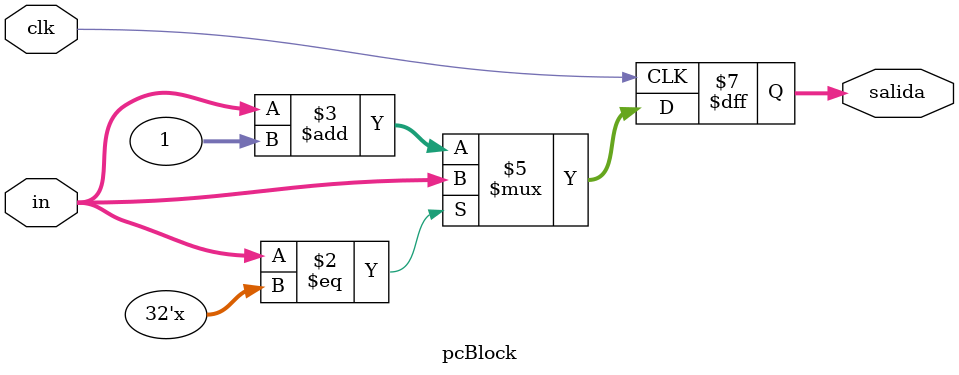
<source format=v>
`timescale 1ns / 1ps


module pcBlock(
    input [31:0]in,
    input clk,
    output reg [31:0] salida    
    );
    //reg [31:0] aux;
    //assign salida=in;
	//parameter aux=0;
    always @(posedge clk)
        begin
			if (in==32'bxxxx_xxxx_xxxx_xxxx_xxxx_xxxx_xxxx_xxxx)
            	salida = in;
			else
				salida = in+32'b0000_0000_0000_0000_0000_0000_0000_0001;;
            
        end
endmodule

</source>
